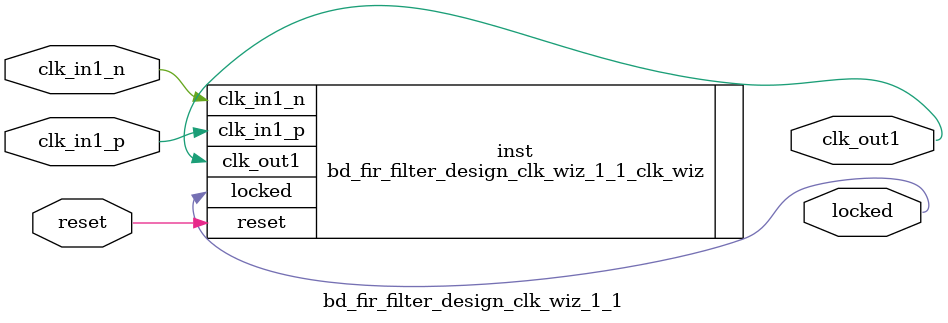
<source format=v>


`timescale 1ps/1ps

(* CORE_GENERATION_INFO = "bd_fir_filter_design_clk_wiz_1_1,clk_wiz_v6_0_13_0_0,{component_name=bd_fir_filter_design_clk_wiz_1_1,use_phase_alignment=true,use_min_o_jitter=false,use_max_i_jitter=false,use_dyn_phase_shift=false,use_inclk_switchover=false,use_dyn_reconfig=false,enable_axi=0,feedback_source=FDBK_AUTO,PRIMITIVE=MMCM,num_out_clk=1,clkin1_period=10.000,clkin2_period=10.000,use_power_down=false,use_reset=true,use_locked=true,use_inclk_stopped=false,feedback_type=SINGLE,CLOCK_MGR_TYPE=NA,manual_override=false}" *)

module bd_fir_filter_design_clk_wiz_1_1 
 (
  // Clock out ports
  output        clk_out1,
  // Status and control signals
  input         reset,
  output        locked,
 // Clock in ports
  input         clk_in1_p,
  input         clk_in1_n
 );

  bd_fir_filter_design_clk_wiz_1_1_clk_wiz inst
  (
  // Clock out ports  
  .clk_out1(clk_out1),
  // Status and control signals               
  .reset(reset), 
  .locked(locked),
 // Clock in ports
  .clk_in1_p(clk_in1_p),
  .clk_in1_n(clk_in1_n)
  );

endmodule

</source>
